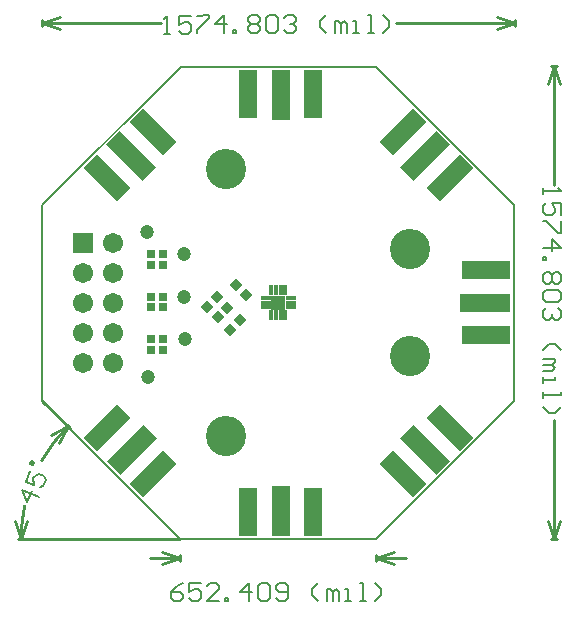
<source format=gts>
G04 Layer_Color=8388736*
%FSLAX44Y44*%
%MOMM*%
G71*
G01*
G75*
%ADD28C,0.2540*%
%ADD29C,0.1270*%
%ADD30C,0.1524*%
%ADD34C,0.5588*%
%ADD44C,1.2032*%
G04:AMPARAMS|DCode=45|XSize=4.05mm|YSize=1.6mm|CornerRadius=0mm|HoleSize=0mm|Usage=FLASHONLY|Rotation=315.000|XOffset=0mm|YOffset=0mm|HoleType=Round|Shape=Rectangle|*
%AMROTATEDRECTD45*
4,1,4,-1.9976,0.8662,-0.8662,1.9976,1.9976,-0.8662,0.8662,-1.9976,-1.9976,0.8662,0.0*
%
%ADD45ROTATEDRECTD45*%

G04:AMPARAMS|DCode=46|XSize=4.35mm|YSize=1.6mm|CornerRadius=0mm|HoleSize=0mm|Usage=FLASHONLY|Rotation=315.000|XOffset=0mm|YOffset=0mm|HoleType=Round|Shape=Rectangle|*
%AMROTATEDRECTD46*
4,1,4,-2.1036,0.9723,-0.9723,2.1036,2.1036,-0.9723,0.9723,-2.1036,-2.1036,0.9723,0.0*
%
%ADD46ROTATEDRECTD46*%

%ADD47R,1.6000X4.0500*%
%ADD48R,1.6000X4.3500*%
G04:AMPARAMS|DCode=49|XSize=4.05mm|YSize=1.6mm|CornerRadius=0mm|HoleSize=0mm|Usage=FLASHONLY|Rotation=225.000|XOffset=0mm|YOffset=0mm|HoleType=Round|Shape=Rectangle|*
%AMROTATEDRECTD49*
4,1,4,0.8662,1.9976,1.9976,0.8662,-0.8662,-1.9976,-1.9976,-0.8662,0.8662,1.9976,0.0*
%
%ADD49ROTATEDRECTD49*%

G04:AMPARAMS|DCode=50|XSize=4.35mm|YSize=1.6mm|CornerRadius=0mm|HoleSize=0mm|Usage=FLASHONLY|Rotation=225.000|XOffset=0mm|YOffset=0mm|HoleType=Round|Shape=Rectangle|*
%AMROTATEDRECTD50*
4,1,4,0.9723,2.1036,2.1036,0.9723,-0.9723,-2.1036,-2.1036,-0.9723,0.9723,2.1036,0.0*
%
%ADD50ROTATEDRECTD50*%

%ADD51R,0.8032X0.7532*%
%ADD52P,1.0652X4X180.0*%
%ADD53P,1.0652X4X270.0*%
%ADD54R,4.0500X1.6000*%
%ADD55R,4.3500X1.6000*%
%ADD56R,0.8532X0.4032*%
%ADD57R,0.4032X0.8532*%
%ADD58R,1.2332X1.2332*%
%ADD59C,3.4032*%
%ADD60C,1.7032*%
%ADD61R,1.7032X1.7032*%
D28*
X1185307Y627934D02*
G03*
X1182381Y599940I131885J-27934D01*
G01*
X1221866Y695326D02*
G03*
X1199881Y666424I95326J-95326D01*
G01*
X1179841Y599939D02*
X1317192Y600000D01*
X1200000Y717192D02*
X1223662Y693530D01*
X1182381Y599940D02*
X1187454Y615182D01*
X1177294Y615177D02*
X1182381Y599940D01*
X1207498Y688142D02*
X1221866Y695326D01*
X1214682Y680957D02*
X1221866Y695326D01*
X1600267Y1039726D02*
X1600269Y1034646D01*
X1200267Y1039582D02*
X1200269Y1034502D01*
X1585030Y1032101D02*
X1600268Y1037186D01*
X1585026Y1042261D02*
X1600268Y1037186D01*
X1200268Y1037042D02*
X1215510Y1031968D01*
X1200268Y1037042D02*
X1215506Y1042128D01*
X1499551Y1037150D02*
X1600268Y1037186D01*
X1200268Y1037042D02*
X1300985Y1037079D01*
X1482829Y581152D02*
Y586232D01*
X1317117Y581152D02*
Y586232D01*
X1482829Y583692D02*
X1498069Y578612D01*
X1482829Y583692D02*
X1498069Y588772D01*
X1301877Y578612D02*
X1317117Y583692D01*
X1301877Y588772D02*
X1317117Y583692D01*
X1482829D02*
X1508229D01*
X1291717D02*
X1317117D01*
X1630940Y600125D02*
X1636020Y600125D01*
X1630934Y1000125D02*
X1636014Y1000125D01*
X1628400Y615365D02*
X1633480Y600125D01*
X1638560Y615365D01*
X1628394Y984885D02*
X1633474Y1000125D01*
X1638554Y984885D01*
X1633479Y700842D02*
X1633480Y600125D01*
X1633474Y1000125D02*
X1633475Y899408D01*
D29*
X1200000Y717192D02*
Y882754D01*
X1317246Y1000000D01*
X1482898D01*
X1600000Y882898D01*
Y717096D02*
Y882898D01*
X1482904Y600000D02*
X1600000Y717096D01*
X1317192Y600000D02*
X1482904D01*
X1200000Y717192D02*
X1317192Y600000D01*
D30*
X1197300Y635613D02*
X1183223Y641440D01*
X1187348Y631488D01*
X1191232Y640872D01*
X1190021Y657863D02*
X1186136Y648478D01*
X1193175Y645565D01*
X1192771Y651228D01*
X1193742Y653574D01*
X1197059Y654949D01*
X1201752Y653007D01*
X1203127Y649689D01*
X1201184Y644997D01*
X1197867Y643622D01*
X1191959Y662557D02*
X1189613Y663528D01*
X1190584Y665874D01*
X1192930Y664903D01*
X1191959Y662557D01*
X1303528Y1027938D02*
X1308606Y1027940D01*
X1306067Y1027939D01*
X1306062Y1043174D01*
X1303523Y1040634D01*
X1326375Y1043181D02*
X1316218Y1043178D01*
X1316221Y1035560D01*
X1321299Y1038101D01*
X1323838Y1038102D01*
X1326378Y1035564D01*
X1326380Y1030485D01*
X1323841Y1027945D01*
X1318763Y1027943D01*
X1316223Y1030482D01*
X1331454Y1043183D02*
X1341610Y1043187D01*
X1341611Y1040648D01*
X1331458Y1030487D01*
X1331459Y1027948D01*
X1354312Y1027956D02*
X1354306Y1043191D01*
X1346691Y1035571D01*
X1356848Y1035575D01*
X1361929Y1027959D02*
X1361928Y1030498D01*
X1364467Y1030499D01*
X1364468Y1027960D01*
X1361929Y1027959D01*
X1374620Y1040659D02*
X1377159Y1043200D01*
X1382237Y1043201D01*
X1384777Y1040663D01*
X1384778Y1038124D01*
X1382240Y1035584D01*
X1384780Y1033046D01*
X1384781Y1030506D01*
X1382242Y1027966D01*
X1377164Y1027964D01*
X1374624Y1030503D01*
X1374623Y1033042D01*
X1377161Y1035582D01*
X1374621Y1038120D01*
X1374620Y1040659D01*
X1377161Y1035582D02*
X1382240Y1035584D01*
X1389855Y1040665D02*
X1392394Y1043205D01*
X1397472Y1043207D01*
X1400012Y1040669D01*
X1400016Y1030512D01*
X1397478Y1027972D01*
X1392399Y1027970D01*
X1389859Y1030508D01*
X1389855Y1040665D01*
X1405091Y1040670D02*
X1407629Y1043211D01*
X1412707Y1043212D01*
X1415247Y1040674D01*
X1415248Y1038135D01*
X1412710Y1035595D01*
X1410171Y1035594D01*
X1412710Y1035595D01*
X1415250Y1033057D01*
X1415251Y1030517D01*
X1412713Y1027977D01*
X1407634Y1027975D01*
X1405094Y1030514D01*
X1440644Y1027987D02*
X1435563Y1033064D01*
X1435562Y1038142D01*
X1440638Y1043222D01*
X1448261Y1027990D02*
X1448257Y1038147D01*
X1450797Y1038148D01*
X1453337Y1035610D01*
X1453340Y1027992D01*
X1453337Y1035610D01*
X1455875Y1038150D01*
X1458415Y1035611D01*
X1458418Y1027994D01*
X1463496Y1027996D02*
X1468575Y1027997D01*
X1466035Y1027997D01*
X1466032Y1038153D01*
X1463493Y1038152D01*
X1476192Y1028000D02*
X1481270Y1028002D01*
X1478731Y1028001D01*
X1478726Y1043236D01*
X1476187Y1043235D01*
X1488888Y1028005D02*
X1493965Y1033085D01*
X1493963Y1038163D01*
X1488882Y1043240D01*
X1319734Y562361D02*
X1314656Y559822D01*
X1309578Y554743D01*
Y549665D01*
X1312117Y547126D01*
X1317195D01*
X1319734Y549665D01*
Y552204D01*
X1317195Y554743D01*
X1309578D01*
X1334970Y562361D02*
X1324813D01*
Y554743D01*
X1329891Y557283D01*
X1332430D01*
X1334970Y554743D01*
Y549665D01*
X1332430Y547126D01*
X1327352D01*
X1324813Y549665D01*
X1350205Y547126D02*
X1340048D01*
X1350205Y557283D01*
Y559822D01*
X1347666Y562361D01*
X1342587D01*
X1340048Y559822D01*
X1355283Y547126D02*
Y549665D01*
X1357822D01*
Y547126D01*
X1355283D01*
X1375596D02*
Y562361D01*
X1367979Y554743D01*
X1378136D01*
X1383214Y559822D02*
X1385753Y562361D01*
X1390831D01*
X1393371Y559822D01*
Y549665D01*
X1390831Y547126D01*
X1385753D01*
X1383214Y549665D01*
Y559822D01*
X1398449Y549665D02*
X1400988Y547126D01*
X1406067D01*
X1408606Y549665D01*
Y559822D01*
X1406067Y562361D01*
X1400988D01*
X1398449Y559822D01*
Y557283D01*
X1400988Y554743D01*
X1408606D01*
X1433997Y547126D02*
X1428919Y552204D01*
Y557283D01*
X1433997Y562361D01*
X1441615Y547126D02*
Y557283D01*
X1444154D01*
X1446693Y554743D01*
Y547126D01*
Y554743D01*
X1449233Y557283D01*
X1451772Y554743D01*
Y547126D01*
X1456850D02*
X1461929D01*
X1459389D01*
Y557283D01*
X1456850D01*
X1469546Y547126D02*
X1474624D01*
X1472085D01*
Y562361D01*
X1469546D01*
X1482242Y547126D02*
X1487320Y552204D01*
Y557283D01*
X1482242Y562361D01*
X1624334Y896868D02*
X1624334Y891790D01*
X1624334Y894329D01*
X1639569Y894329D01*
X1637030Y896868D01*
X1639569Y874016D02*
X1639569Y884172D01*
X1631952Y884172D01*
X1634491Y879094D01*
X1634491Y876555D01*
X1631952Y874016D01*
X1626873Y874016D01*
X1624334Y876555D01*
X1624334Y881633D01*
X1626873Y884172D01*
X1639570Y868937D02*
X1639570Y858781D01*
X1637030Y858781D01*
X1626874Y868937D01*
X1624334Y868937D01*
X1624335Y846085D02*
X1639570Y846085D01*
X1631952Y853702D01*
X1631952Y843545D01*
X1624335Y838467D02*
X1626874Y838467D01*
X1626874Y835928D01*
X1624335Y835928D01*
X1624335Y838467D01*
X1637031Y825771D02*
X1639570Y823232D01*
X1639570Y818154D01*
X1637031Y815614D01*
X1634492Y815614D01*
X1631953Y818154D01*
X1629414Y815614D01*
X1626874Y815614D01*
X1624335Y818154D01*
X1624335Y823232D01*
X1626874Y825771D01*
X1629413Y825771D01*
X1631953Y823232D01*
X1634492Y825771D01*
X1637031Y825771D01*
X1631953Y823232D02*
X1631953Y818154D01*
X1637031Y810536D02*
X1639570Y807997D01*
X1639570Y802919D01*
X1637031Y800379D01*
X1626875Y800379D01*
X1624335Y802918D01*
X1624335Y807997D01*
X1626875Y810536D01*
X1637031Y810536D01*
X1637031Y795301D02*
X1639571Y792762D01*
X1639571Y787684D01*
X1637032Y785144D01*
X1634492Y785144D01*
X1631953Y787683D01*
X1631953Y790223D01*
X1631953Y787683D01*
X1629414Y785144D01*
X1626875Y785144D01*
X1624336Y787683D01*
X1624336Y792762D01*
X1626875Y795301D01*
X1624336Y759752D02*
X1629414Y764831D01*
X1634493Y764831D01*
X1639571Y759753D01*
X1624336Y752135D02*
X1634493Y752135D01*
X1634493Y749596D01*
X1631954Y747057D01*
X1624336Y747057D01*
X1631954Y747057D01*
X1634493Y744518D01*
X1631954Y741978D01*
X1624336Y741978D01*
X1624336Y736900D02*
X1624337Y731822D01*
X1624337Y734361D01*
X1634493Y734361D01*
X1634493Y736900D01*
X1624337Y724204D02*
X1624337Y719126D01*
X1624337Y721665D01*
X1639572Y721665D01*
X1639572Y724204D01*
X1624337Y711508D02*
X1629415Y706430D01*
X1634494Y706430D01*
X1639572Y711508D01*
D34*
X1401953Y801878D02*
D03*
Y798068D02*
D03*
X1398143Y801878D02*
D03*
Y798068D02*
D03*
D44*
X1320983Y769041D02*
D03*
X1320292Y804926D02*
D03*
X1320365Y840921D02*
D03*
X1289558Y736854D02*
D03*
X1289050Y860298D02*
D03*
D45*
X1254940Y905780D02*
D03*
X1294114Y944954D02*
D03*
X1545155Y694166D02*
D03*
X1505982Y654993D02*
D03*
D46*
X1275588Y924306D02*
D03*
X1524508Y675640D02*
D03*
D47*
X1374380Y977114D02*
D03*
X1429780D02*
D03*
Y622578D02*
D03*
X1374380D02*
D03*
D48*
X1402080Y975614D02*
D03*
Y624078D02*
D03*
D49*
X1505982Y944954D02*
D03*
X1545155Y905780D02*
D03*
X1294368Y654738D02*
D03*
X1255194Y693912D02*
D03*
D50*
X1524508Y924306D02*
D03*
X1275842Y675386D02*
D03*
D51*
X1302765Y840923D02*
D03*
Y831923D02*
D03*
Y805109D02*
D03*
Y796109D02*
D03*
Y769041D02*
D03*
Y760041D02*
D03*
X1292607Y831921D02*
D03*
Y840921D02*
D03*
Y796107D02*
D03*
Y805107D02*
D03*
Y760039D02*
D03*
Y769039D02*
D03*
D52*
X1364167Y814899D02*
D03*
X1372429Y806637D02*
D03*
D53*
X1339529Y796731D02*
D03*
X1347791Y804993D02*
D03*
X1348673Y787587D02*
D03*
X1356935Y795849D02*
D03*
X1359341Y777173D02*
D03*
X1367603Y785435D02*
D03*
D54*
X1576300Y827700D02*
D03*
Y772300D02*
D03*
D55*
X1574800Y800000D02*
D03*
D56*
X1389500Y804000D02*
D03*
Y800000D02*
D03*
Y796000D02*
D03*
X1410500D02*
D03*
Y800000D02*
D03*
Y804000D02*
D03*
D57*
X1394000Y789500D02*
D03*
X1398000D02*
D03*
X1402000D02*
D03*
X1406000D02*
D03*
Y810500D02*
D03*
X1402000D02*
D03*
X1398000D02*
D03*
X1394000D02*
D03*
D58*
X1400000Y800000D02*
D03*
D59*
X1355344Y913384D02*
D03*
Y686816D02*
D03*
X1511554Y845566D02*
D03*
Y754634D02*
D03*
D60*
X1260400Y749200D02*
D03*
X1235000D02*
D03*
X1260400Y774600D02*
D03*
X1235000D02*
D03*
X1260400Y800000D02*
D03*
X1235000D02*
D03*
X1260400Y825400D02*
D03*
X1235000D02*
D03*
X1260400Y850800D02*
D03*
D61*
X1235000D02*
D03*
M02*

</source>
